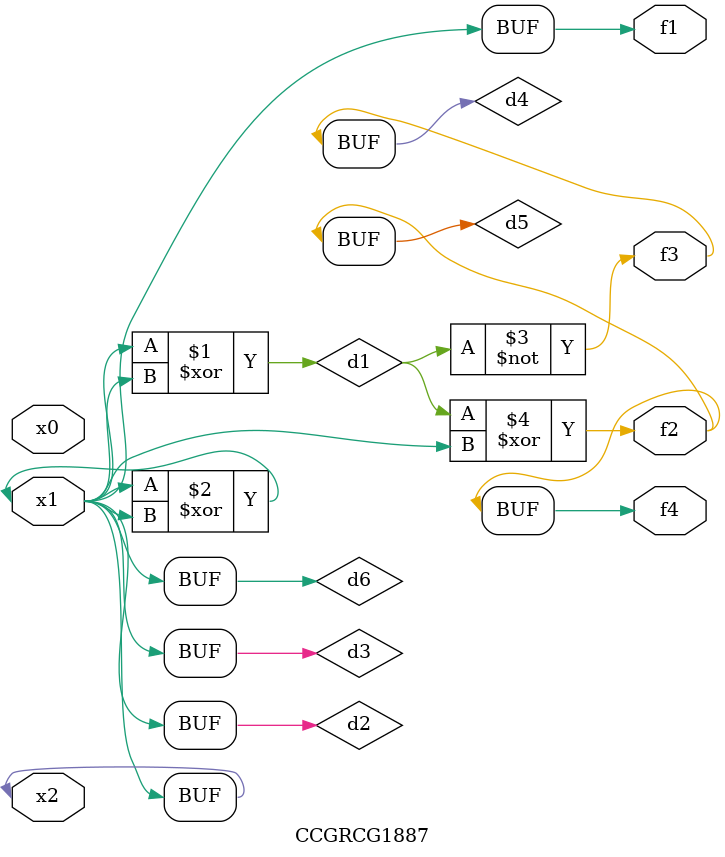
<source format=v>
module CCGRCG1887(
	input x0, x1, x2,
	output f1, f2, f3, f4
);

	wire d1, d2, d3, d4, d5, d6;

	xor (d1, x1, x2);
	buf (d2, x1, x2);
	xor (d3, x1, x2);
	nor (d4, d1);
	xor (d5, d1, d2);
	buf (d6, d2, d3);
	assign f1 = d6;
	assign f2 = d5;
	assign f3 = d4;
	assign f4 = d5;
endmodule

</source>
